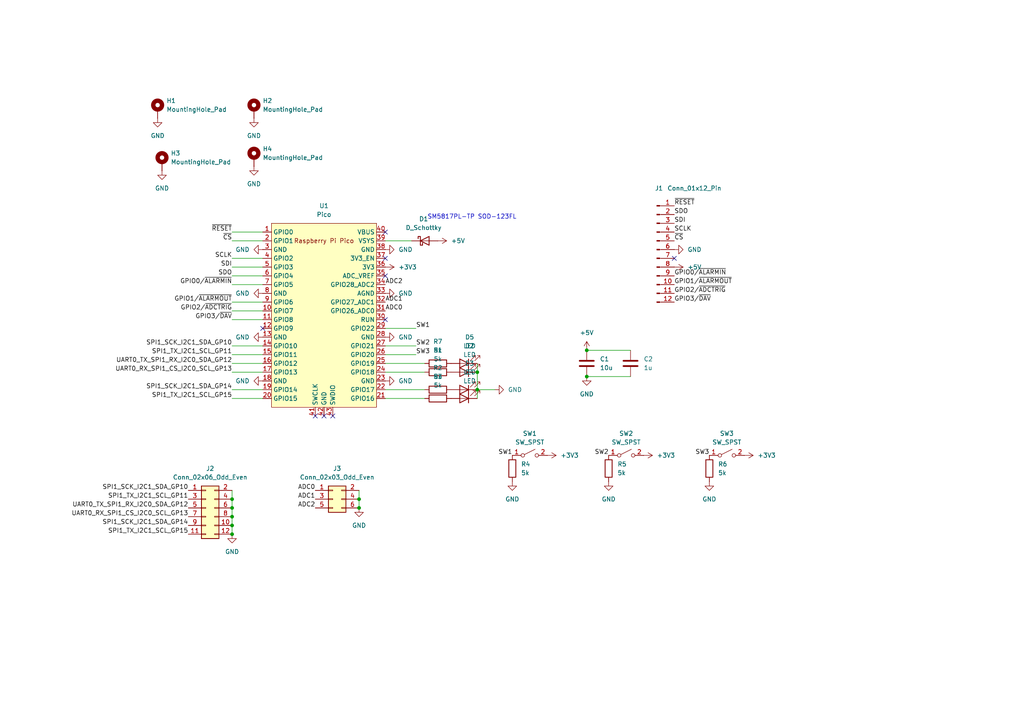
<source format=kicad_sch>
(kicad_sch (version 20231120) (generator "eeschema") (generator_version "8.0")
  (paper "A4")
  (lib_symbols
    (symbol "Connector:Conn_01x12_Pin" (pin_names (offset 1.016) hide)
      (property "Reference" "J" (at 0 15.24 0))
      (property "Value" "Conn_01x12_Pin" (at 0 -17.78 0))
      (symbol "Conn_01x12_Pin_1_1"
        (polyline (pts (xy 1.27 -15.24) (xy 0.8636 -15.24)) (stroke (width 0.1524)))
        (polyline (pts (xy 1.27 -12.7) (xy 0.8636 -12.7)) (stroke (width 0.1524)))
        (polyline (pts (xy 1.27 -10.16) (xy 0.8636 -10.16)) (stroke (width 0.1524)))
        (polyline (pts (xy 1.27 -7.62) (xy 0.8636 -7.62)) (stroke (width 0.1524)))
        (polyline (pts (xy 1.27 -5.08) (xy 0.8636 -5.08)) (stroke (width 0.1524)))
        (polyline (pts (xy 1.27 -2.54) (xy 0.8636 -2.54)) (stroke (width 0.1524)))
        (polyline (pts (xy 1.27 0) (xy 0.8636 0)) (stroke (width 0.1524)))
        (polyline (pts (xy 1.27 2.54) (xy 0.8636 2.54)) (stroke (width 0.1524)))
        (polyline (pts (xy 1.27 5.08) (xy 0.8636 5.08)) (stroke (width 0.1524)))
        (polyline (pts (xy 1.27 7.62) (xy 0.8636 7.62)) (stroke (width 0.1524)))
        (polyline (pts (xy 1.27 10.16) (xy 0.8636 10.16)) (stroke (width 0.1524)))
        (polyline (pts (xy 1.27 12.7) (xy 0.8636 12.7)) (stroke (width 0.1524)))
        (rectangle (start 0.8636 -15.113) (end 0 -15.367) (stroke (width 0.1524)) (fill (type outline)))
        (rectangle (start 0.8636 -12.573) (end 0 -12.827) (stroke (width 0.1524)) (fill (type outline)))
        (rectangle (start 0.8636 -10.033) (end 0 -10.287) (stroke (width 0.1524)) (fill (type outline)))
        (rectangle (start 0.8636 -7.493) (end 0 -7.747) (stroke (width 0.1524)) (fill (type outline)))
        (rectangle (start 0.8636 -4.953) (end 0 -5.207) (stroke (width 0.1524)) (fill (type outline)))
        (rectangle (start 0.8636 -2.413) (end 0 -2.667) (stroke (width 0.1524)) (fill (type outline)))
        (rectangle (start 0.8636 0.127) (end 0 -0.127) (stroke (width 0.1524)) (fill (type outline)))
        (rectangle (start 0.8636 2.667) (end 0 2.413) (stroke (width 0.1524)) (fill (type outline)))
        (rectangle (start 0.8636 5.207) (end 0 4.953) (stroke (width 0.1524)) (fill (type outline)))
        (rectangle (start 0.8636 7.747) (end 0 7.493) (stroke (width 0.1524)) (fill (type outline)))
        (rectangle (start 0.8636 10.287) (end 0 10.033) (stroke (width 0.1524)) (fill (type outline)))
        (rectangle (start 0.8636 12.827) (end 0 12.573) (stroke (width 0.1524)) (fill (type outline)))
        (pin passive line (at 5.08 12.7 180) (length 3.81) (name "Pin_1") (number "1"))
        (pin passive line (at 5.08 -10.16 180) (length 3.81) (name "Pin_10") (number "10"))
        (pin passive line (at 5.08 -12.7 180) (length 3.81) (name "Pin_11") (number "11"))
        (pin passive line (at 5.08 -15.24 180) (length 3.81) (name "Pin_12") (number "12"))
        (pin passive line (at 5.08 10.16 180) (length 3.81) (name "Pin_2") (number "2"))
        (pin passive line (at 5.08 7.62 180) (length 3.81) (name "Pin_3") (number "3"))
        (pin passive line (at 5.08 5.08 180) (length 3.81) (name "Pin_4") (number "4"))
        (pin passive line (at 5.08 2.54 180) (length 3.81) (name "Pin_5") (number "5"))
        (pin passive line (at 5.08 0 180) (length 3.81) (name "Pin_6") (number "6"))
        (pin passive line (at 5.08 -2.54 180) (length 3.81) (name "Pin_7") (number "7"))
        (pin passive line (at 5.08 -5.08 180) (length 3.81) (name "Pin_8") (number "8"))
        (pin passive line (at 5.08 -7.62 180) (length 3.81) (name "Pin_9") (number "9"))
      )
    )
    (symbol "Connector_Generic:Conn_02x03_Odd_Even" (pin_names (offset 1.016) hide)
      (property "Reference" "J" (at 1.27 5.08 0))
      (property "Value" "Conn_02x03_Odd_Even" (at 1.27 -5.08 0))
      (symbol "Conn_02x03_Odd_Even_1_1"
        (rectangle (start -1.27 -2.413) (end 0 -2.667) (stroke (width 0.1524)))
        (rectangle (start -1.27 0.127) (end 0 -0.127) (stroke (width 0.1524)))
        (rectangle (start -1.27 2.667) (end 0 2.413) (stroke (width 0.1524)))
        (rectangle (start -1.27 3.81) (end 3.81 -3.81) (stroke (width 0.254)) (fill (type background)))
        (rectangle (start 3.81 -2.413) (end 2.54 -2.667) (stroke (width 0.1524)))
        (rectangle (start 3.81 0.127) (end 2.54 -0.127) (stroke (width 0.1524)))
        (rectangle (start 3.81 2.667) (end 2.54 2.413) (stroke (width 0.1524)))
        (pin passive line (at -5.08 2.54 0) (length 3.81) (name "Pin_1") (number "1"))
        (pin passive line (at 7.62 2.54 180) (length 3.81) (name "Pin_2") (number "2"))
        (pin passive line (at -5.08 0 0) (length 3.81) (name "Pin_3") (number "3"))
        (pin passive line (at 7.62 0 180) (length 3.81) (name "Pin_4") (number "4"))
        (pin passive line (at -5.08 -2.54 0) (length 3.81) (name "Pin_5") (number "5"))
        (pin passive line (at 7.62 -2.54 180) (length 3.81) (name "Pin_6") (number "6"))
      )
    )
    (symbol "Connector_Generic:Conn_02x06_Odd_Even" (pin_names (offset 1.016) hide)
      (property "Reference" "J" (at 1.27 7.62 0))
      (property "Value" "Conn_02x06_Odd_Even" (at 1.27 -10.16 0))
      (symbol "Conn_02x06_Odd_Even_1_1"
        (rectangle (start -1.27 -7.493) (end 0 -7.747) (stroke (width 0.1524)))
        (rectangle (start -1.27 -4.953) (end 0 -5.207) (stroke (width 0.1524)))
        (rectangle (start -1.27 -2.413) (end 0 -2.667) (stroke (width 0.1524)))
        (rectangle (start -1.27 0.127) (end 0 -0.127) (stroke (width 0.1524)))
        (rectangle (start -1.27 2.667) (end 0 2.413) (stroke (width 0.1524)))
        (rectangle (start -1.27 5.207) (end 0 4.953) (stroke (width 0.1524)))
        (rectangle (start -1.27 6.35) (end 3.81 -8.89) (stroke (width 0.254)) (fill (type background)))
        (rectangle (start 3.81 -7.493) (end 2.54 -7.747) (stroke (width 0.1524)))
        (rectangle (start 3.81 -4.953) (end 2.54 -5.207) (stroke (width 0.1524)))
        (rectangle (start 3.81 -2.413) (end 2.54 -2.667) (stroke (width 0.1524)))
        (rectangle (start 3.81 0.127) (end 2.54 -0.127) (stroke (width 0.1524)))
        (rectangle (start 3.81 2.667) (end 2.54 2.413) (stroke (width 0.1524)))
        (rectangle (start 3.81 5.207) (end 2.54 4.953) (stroke (width 0.1524)))
        (pin passive line (at -5.08 5.08 0) (length 3.81) (name "Pin_1") (number "1"))
        (pin passive line (at 7.62 -5.08 180) (length 3.81) (name "Pin_10") (number "10"))
        (pin passive line (at -5.08 -7.62 0) (length 3.81) (name "Pin_11") (number "11"))
        (pin passive line (at 7.62 -7.62 180) (length 3.81) (name "Pin_12") (number "12"))
        (pin passive line (at 7.62 5.08 180) (length 3.81) (name "Pin_2") (number "2"))
        (pin passive line (at -5.08 2.54 0) (length 3.81) (name "Pin_3") (number "3"))
        (pin passive line (at 7.62 2.54 180) (length 3.81) (name "Pin_4") (number "4"))
        (pin passive line (at -5.08 0 0) (length 3.81) (name "Pin_5") (number "5"))
        (pin passive line (at 7.62 0 180) (length 3.81) (name "Pin_6") (number "6"))
        (pin passive line (at -5.08 -2.54 0) (length 3.81) (name "Pin_7") (number "7"))
        (pin passive line (at 7.62 -2.54 180) (length 3.81) (name "Pin_8") (number "8"))
        (pin passive line (at -5.08 -5.08 0) (length 3.81) (name "Pin_9") (number "9"))
      )
    )
    (symbol "Device:C" (pin_numbers hide) (pin_names (offset 0.254))
      (property "Reference" "C" (at 0.635 2.54 0))
      (property "Value" "C" (at 0.635 -2.54 0))
      (symbol "C_0_1"
        (polyline (pts (xy -2.032 -0.762) (xy 2.032 -0.762)) (stroke (width 0.508)))
        (polyline (pts (xy -2.032 0.762) (xy 2.032 0.762)) (stroke (width 0.508)))
      )
      (symbol "C_1_1"
        (pin passive line (at 0 3.81 270) (length 2.794) (name "~") (number "1"))
        (pin passive line (at 0 -3.81 90) (length 2.794) (name "~") (number "2"))
      )
    )
    (symbol "Device:D_Schottky" (pin_numbers hide) (pin_names (offset 1.016) hide)
      (property "Reference" "D" (at 0 2.54 0))
      (property "Value" "D_Schottky" (at 0 -2.54 0))
      (symbol "D_Schottky_0_1"
        (polyline (pts (xy 1.27 0) (xy -1.27 0)))
        (polyline (pts (xy 1.27 1.27) (xy 1.27 -1.27) (xy -1.27 0) (xy 1.27 1.27)) (stroke (width 0.254)))
        (polyline (pts (xy -1.905 0.635) (xy -1.905 1.27) (xy -1.27 1.27) (xy -1.27 -1.27) (xy -0.635 -1.27) (xy -0.635 -0.635)) (stroke (width 0.254)))
      )
      (symbol "D_Schottky_1_1"
        (pin passive line (at -3.81 0 0) (length 2.54) (name "K") (number "1"))
        (pin passive line (at 3.81 0 180) (length 2.54) (name "A") (number "2"))
      )
    )
    (symbol "Device:LED" (pin_numbers hide) (pin_names (offset 1.016) hide)
      (property "Reference" "D" (at 0 2.54 0))
      (property "Value" "LED" (at 0 -2.54 0))
      (symbol "LED_0_1"
        (polyline (pts (xy -1.27 -1.27) (xy -1.27 1.27)) (stroke (width 0.254)))
        (polyline (pts (xy -1.27 0) (xy 1.27 0)))
        (polyline (pts (xy 1.27 -1.27) (xy 1.27 1.27) (xy -1.27 0) (xy 1.27 -1.27)) (stroke (width 0.254)))
        (polyline (pts (xy -3.048 -0.762) (xy -4.572 -2.286) (xy -3.81 -2.286) (xy -4.572 -2.286) (xy -4.572 -1.524)))
        (polyline (pts (xy -1.778 -0.762) (xy -3.302 -2.286) (xy -2.54 -2.286) (xy -3.302 -2.286) (xy -3.302 -1.524)))
      )
      (symbol "LED_1_1"
        (pin passive line (at -3.81 0 0) (length 2.54) (name "K") (number "1"))
        (pin passive line (at 3.81 0 180) (length 2.54) (name "A") (number "2"))
      )
    )
    (symbol "Device:R" (pin_numbers hide) (pin_names (offset 0))
      (property "Reference" "R" (at 2.032 0 90))
      (property "Value" "R" (at 0 0 90))
      (symbol "R_0_1"
        (rectangle (start -1.016 -2.54) (end 1.016 2.54) (stroke (width 0.254)))
      )
      (symbol "R_1_1"
        (pin passive line (at 0 3.81 270) (length 1.27) (name "~") (number "1"))
        (pin passive line (at 0 -3.81 90) (length 1.27) (name "~") (number "2"))
      )
    )
    (symbol "MCU_RaspberryPi_and_Boards:Pico"
      (property "Reference" "U" (at -13.97 27.94 0))
      (property "Value" "Pico" (at 0 19.05 0))
      (symbol "Pico_0_0"
        (text "Raspberry Pi Pico" (at 0 21.59 0) (effects (font (size 1.27 1.27))))
      )
      (symbol "Pico_0_1"
        (rectangle (start -15.24 26.67) (end 15.24 -26.67) (fill (type background)))
      )
      (symbol "Pico_1_1"
        (pin bidirectional line (at -17.78 24.13 0) (length 2.54) (name "GPIO0") (number "1"))
        (pin bidirectional line (at -17.78 1.27 0) (length 2.54) (name "GPIO7") (number "10"))
        (pin bidirectional line (at -17.78 -1.27 0) (length 2.54) (name "GPIO8") (number "11"))
        (pin bidirectional line (at -17.78 -3.81 0) (length 2.54) (name "GPIO9") (number "12"))
        (pin power_in line (at -17.78 -6.35 0) (length 2.54) (name "GND") (number "13"))
        (pin bidirectional line (at -17.78 -8.89 0) (length 2.54) (name "GPIO10") (number "14"))
        (pin bidirectional line (at -17.78 -11.43 0) (length 2.54) (name "GPIO11") (number "15"))
        (pin bidirectional line (at -17.78 -13.97 0) (length 2.54) (name "GPIO12") (number "16"))
        (pin bidirectional line (at -17.78 -16.51 0) (length 2.54) (name "GPIO13") (number "17"))
        (pin power_in line (at -17.78 -19.05 0) (length 2.54) (name "GND") (number "18"))
        (pin bidirectional line (at -17.78 -21.59 0) (length 2.54) (name "GPIO14") (number "19"))
        (pin bidirectional line (at -17.78 21.59 0) (length 2.54) (name "GPIO1") (number "2"))
        (pin bidirectional line (at -17.78 -24.13 0) (length 2.54) (name "GPIO15") (number "20"))
        (pin bidirectional line (at 17.78 -24.13 180) (length 2.54) (name "GPIO16") (number "21"))
        (pin bidirectional line (at 17.78 -21.59 180) (length 2.54) (name "GPIO17") (number "22"))
        (pin power_in line (at 17.78 -19.05 180) (length 2.54) (name "GND") (number "23"))
        (pin bidirectional line (at 17.78 -16.51 180) (length 2.54) (name "GPIO18") (number "24"))
        (pin bidirectional line (at 17.78 -13.97 180) (length 2.54) (name "GPIO19") (number "25"))
        (pin bidirectional line (at 17.78 -11.43 180) (length 2.54) (name "GPIO20") (number "26"))
        (pin bidirectional line (at 17.78 -8.89 180) (length 2.54) (name "GPIO21") (number "27"))
        (pin power_in line (at 17.78 -6.35 180) (length 2.54) (name "GND") (number "28"))
        (pin bidirectional line (at 17.78 -3.81 180) (length 2.54) (name "GPIO22") (number "29"))
        (pin power_in line (at -17.78 19.05 0) (length 2.54) (name "GND") (number "3"))
        (pin input line (at 17.78 -1.27 180) (length 2.54) (name "RUN") (number "30"))
        (pin bidirectional line (at 17.78 1.27 180) (length 2.54) (name "GPIO26_ADC0") (number "31"))
        (pin bidirectional line (at 17.78 3.81 180) (length 2.54) (name "GPIO27_ADC1") (number "32"))
        (pin power_in line (at 17.78 6.35 180) (length 2.54) (name "AGND") (number "33"))
        (pin bidirectional line (at 17.78 8.89 180) (length 2.54) (name "GPIO28_ADC2") (number "34"))
        (pin power_in line (at 17.78 11.43 180) (length 2.54) (name "ADC_VREF") (number "35"))
        (pin power_in line (at 17.78 13.97 180) (length 2.54) (name "3V3") (number "36"))
        (pin input line (at 17.78 16.51 180) (length 2.54) (name "3V3_EN") (number "37"))
        (pin bidirectional line (at 17.78 19.05 180) (length 2.54) (name "GND") (number "38"))
        (pin power_in line (at 17.78 21.59 180) (length 2.54) (name "VSYS") (number "39"))
        (pin bidirectional line (at -17.78 16.51 0) (length 2.54) (name "GPIO2") (number "4"))
        (pin power_in line (at 17.78 24.13 180) (length 2.54) (name "VBUS") (number "40"))
        (pin input line (at -2.54 -29.21 90) (length 2.54) (name "SWCLK") (number "41"))
        (pin power_in line (at 0 -29.21 90) (length 2.54) (name "GND") (number "42"))
        (pin bidirectional line (at 2.54 -29.21 90) (length 2.54) (name "SWDIO") (number "43"))
        (pin bidirectional line (at -17.78 13.97 0) (length 2.54) (name "GPIO3") (number "5"))
        (pin bidirectional line (at -17.78 11.43 0) (length 2.54) (name "GPIO4") (number "6"))
        (pin bidirectional line (at -17.78 8.89 0) (length 2.54) (name "GPIO5") (number "7"))
        (pin power_in line (at -17.78 6.35 0) (length 2.54) (name "GND") (number "8"))
        (pin bidirectional line (at -17.78 3.81 0) (length 2.54) (name "GPIO6") (number "9"))
      )
    )
    (symbol "Mechanical:MountingHole_Pad" (pin_numbers hide) (pin_names (offset 1.016) hide) (exclude_from_sim yes) (in_bom no)
      (property "Reference" "H" (at 0 6.35 0))
      (property "Value" "MountingHole_Pad" (at 0 4.445 0))
      (symbol "MountingHole_Pad_0_1"
        (circle (center 0 1.27) (radius 1.27) (stroke (width 1.27)))
      )
      (symbol "MountingHole_Pad_1_1"
        (pin input line (at 0 -2.54 90) (length 2.54) (name "1") (number "1"))
      )
    )
    (symbol "Switch:SW_SPST" (pin_names (offset 0) hide)
      (property "Reference" "SW" (at 0 3.175 0))
      (property "Value" "SW_SPST" (at 0 -2.54 0))
      (symbol "SW_SPST_0_0"
        (circle (center -2.032 0) (radius 0.508))
        (polyline (pts (xy -1.524 0.254) (xy 1.524 1.778)))
        (circle (center 2.032 0) (radius 0.508))
      )
      (symbol "SW_SPST_1_1"
        (pin passive line (at -5.08 0 0) (length 2.54) (name "A") (number "1"))
        (pin passive line (at 5.08 0 180) (length 2.54) (name "B") (number "2"))
      )
    )
    (symbol "power:+3V3" (power) (pin_numbers hide) (pin_names (offset 0) hide)
      (property "Value" "+3V3" (at 0 3.556 0))
      (symbol "+3V3_0_1"
        (polyline (pts (xy -0.762 1.27) (xy 0 2.54)))
        (polyline (pts (xy 0 0) (xy 0 2.54)))
        (polyline (pts (xy 0 2.54) (xy 0.762 1.27)))
      )
      (symbol "+3V3_1_1"
        (pin power_in line (at 0 0 90) (length 0) (name "~") (number "1"))
      )
    )
    (symbol "power:+5V" (power) (pin_numbers hide) (pin_names (offset 0) hide)
      (property "Value" "+5V" (at 0 3.556 0))
      (symbol "+5V_0_1"
        (polyline (pts (xy -0.762 1.27) (xy 0 2.54)))
        (polyline (pts (xy 0 0) (xy 0 2.54)))
        (polyline (pts (xy 0 2.54) (xy 0.762 1.27)))
      )
      (symbol "+5V_1_1"
        (pin power_in line (at 0 0 90) (length 0) (name "~") (number "1"))
      )
    )
    (symbol "power:GND" (power) (pin_numbers hide) (pin_names (offset 0) hide)
      (property "Value" "GND" (at 0 -3.81 0))
      (symbol "GND_0_1"
        (polyline (pts (xy 0 0) (xy 0 -1.27) (xy 1.27 -1.27) (xy 0 -2.54) (xy -1.27 -1.27) (xy 0 -1.27)))
      )
      (symbol "GND_1_1"
        (pin power_in line (at 0 0 270) (length 0) (name "~") (number "1"))
      )
    )
  )
  (junction (at 67.31 147.32))
  (junction (at 67.31 152.4))
  (junction (at 138.43 107.95))
  (junction (at 67.31 154.94))
  (junction (at 104.14 144.78))
  (junction (at 170.18 101.6))
  (junction (at 104.14 147.32))
  (junction (at 170.18 109.22))
  (junction (at 138.43 113.03))
  (junction (at 67.31 149.86))
  (junction (at 67.31 144.78))
  (no_connect (at 111.76 67.31))
  (no_connect (at 195.58 74.93))
  (no_connect (at 111.76 80.01))
  (no_connect (at 111.76 92.71))
  (no_connect (at 91.44 120.65))
  (no_connect (at 76.2 95.25))
  (no_connect (at 93.98 120.65))
  (no_connect (at 111.76 74.93))
  (no_connect (at 96.52 120.65))
  (wire (pts (xy 104.14 144.78) (xy 104.14 147.32)))
  (wire (pts (xy 67.31 144.78) (xy 67.31 147.32)))
  (wire (pts (xy 67.31 80.01) (xy 76.2 80.01)))
  (wire (pts (xy 138.43 107.95) (xy 138.43 113.03)))
  (wire (pts (xy 67.31 74.93) (xy 76.2 74.93)))
  (wire (pts (xy 67.31 105.41) (xy 76.2 105.41)))
  (wire (pts (xy 111.76 115.57) (xy 123.19 115.57)))
  (wire (pts (xy 67.31 77.47) (xy 76.2 77.47)))
  (wire (pts (xy 67.31 67.31) (xy 76.2 67.31)))
  (wire (pts (xy 170.18 101.6) (xy 182.88 101.6)))
  (wire (pts (xy 67.31 92.71) (xy 76.2 92.71)))
  (wire (pts (xy 67.31 142.24) (xy 67.31 144.78)))
  (wire (pts (xy 111.76 102.87) (xy 120.65 102.87)))
  (wire (pts (xy 67.31 69.85) (xy 76.2 69.85)))
  (wire (pts (xy 104.14 142.24) (xy 104.14 144.78)))
  (wire (pts (xy 67.31 113.03) (xy 76.2 113.03)))
  (wire (pts (xy 67.31 102.87) (xy 76.2 102.87)))
  (wire (pts (xy 67.31 149.86) (xy 67.31 152.4)))
  (wire (pts (xy 138.43 105.41) (xy 138.43 107.95)))
  (wire (pts (xy 67.31 100.33) (xy 76.2 100.33)))
  (wire (pts (xy 111.76 107.95) (xy 123.19 107.95)))
  (wire (pts (xy 111.76 69.85) (xy 119.38 69.85)))
  (wire (pts (xy 67.31 115.57) (xy 76.2 115.57)))
  (wire (pts (xy 170.18 109.22) (xy 182.88 109.22)))
  (wire (pts (xy 67.31 107.95) (xy 76.2 107.95)))
  (wire (pts (xy 67.31 87.63) (xy 76.2 87.63)))
  (wire (pts (xy 111.76 100.33) (xy 120.65 100.33)))
  (wire (pts (xy 111.76 113.03) (xy 123.19 113.03)))
  (wire (pts (xy 111.76 95.25) (xy 120.65 95.25)))
  (wire (pts (xy 67.31 90.17) (xy 76.2 90.17)))
  (wire (pts (xy 67.31 82.55) (xy 76.2 82.55)))
  (wire (pts (xy 111.76 105.41) (xy 123.19 105.41)))
  (wire (pts (xy 138.43 113.03) (xy 138.43 115.57)))
  (wire (pts (xy 67.31 152.4) (xy 67.31 154.94)))
  (wire (pts (xy 138.43 113.03) (xy 143.51 113.03)))
  (wire (pts (xy 67.31 147.32) (xy 67.31 149.86)))
  (text "SM5817PL-TP SOD-123FL" (at 136.906 62.992 0) (effects (font (size 1.27 1.27))))
  (label "ADC1" (at 91.44 144.78 180))
  (label "SW1" (at 120.65 95.25 0))
  (label "SPI1_SCK_I2C1_SDA_GP14" (at 54.61 152.4 180))
  (label "SPI1_SCK_I2C1_SDA_GP10" (at 67.31 100.33 180))
  (label "SCLK" (at 195.58 67.31 0))
  (label "GPIO0{slash}~{ALARMIN}" (at 195.58 80.01 0))
  (label "GPIO3{slash}~{DAV}" (at 195.58 87.63 0))
  (label "SW1" (at 148.59 132.08 180))
  (label "SDI" (at 195.58 64.77 0))
  (label "GPIO0{slash}~{ALARMIN}" (at 67.31 82.55 180))
  (label "SW3" (at 205.74 132.08 180))
  (label "SDO" (at 195.58 62.23 0))
  (label "GPIO2{slash}~{ADCTRIG}" (at 67.31 90.17 180))
  (label "GPIO3{slash}~{DAV}" (at 67.31 92.71 180))
  (label "~{CS}" (at 67.31 69.85 180))
  (label "SPI1_TX_I2C1_SCL_GP11" (at 54.61 144.78 180))
  (label "GPIO1{slash}~{ALARMOUT}" (at 195.58 82.55 0))
  (label "GPIO2{slash}~{ADCTRIG}" (at 195.58 85.09 0))
  (label "ADC0" (at 111.76 90.17 0))
  (label "ADC1" (at 111.76 87.63 0))
  (label "SW2" (at 176.53 132.08 180))
  (label "ADC0" (at 91.44 142.24 180))
  (label "SPI1_SCK_I2C1_SDA_GP10" (at 54.61 142.24 180))
  (label "SW3" (at 120.65 102.87 0))
  (label "SPI1_TX_I2C1_SCL_GP15" (at 67.31 115.57 180))
  (label "ADC2" (at 111.76 82.55 0))
  (label "SDI" (at 67.31 77.47 180))
  (label "UART0_TX_SPI1_RX_I2C0_SDA_GP12" (at 54.61 147.32 180))
  (label "SDO" (at 67.31 80.01 180))
  (label "~{RESET}" (at 67.31 67.31 180))
  (label "~{RESET}" (at 195.58 59.69 0))
  (label "UART0_TX_SPI1_RX_I2C0_SDA_GP12" (at 67.31 105.41 180))
  (label "UART0_RX_SPI1_CS_I2C0_SCL_GP13" (at 54.61 149.86 180))
  (label "SPI1_SCK_I2C1_SDA_GP14" (at 67.31 113.03 180))
  (label "UART0_RX_SPI1_CS_I2C0_SCL_GP13" (at 67.31 107.95 180))
  (label "~{CS}" (at 195.58 69.85 0))
  (label "SCLK" (at 67.31 74.93 180))
  (label "SPI1_TX_I2C1_SCL_GP15" (at 54.61 154.94 180))
  (label "SW2" (at 120.65 100.33 0))
  (label "GPIO1{slash}~{ALARMOUT}" (at 67.31 87.63 180))
  (label "ADC2" (at 91.44 147.32 180))
  (label "SPI1_TX_I2C1_SCL_GP11" (at 67.31 102.87 180))
  (symbol (lib_id "power:GND") (at 73.66 34.29 0) (unit 1)
    (property "Reference" "#PWR025" (effects (hide yes)))
    (property "Value" "GND" (at 73.66 39.37 0))
    (property "Description" "Power symbol creates a global label with name \"GND\" , ground" (effects (hide yes)))
  )
  (symbol (lib_id "power:GND") (at 104.14 147.32 0) (unit 1)
    (property "Reference" "#PWR023" (effects (hide yes)))
    (property "Value" "GND" (at 104.14 152.4 0))
    (property "Description" "Power symbol creates a global label with name \"GND\" , ground" (effects (hide yes)))
  )
  (symbol (lib_id "Device:R") (at 205.74 135.89 0) (unit 1)
    (property "Reference" "R6" (at 208.28 134.6199 0) (effects (justify left)))
    (property "Value" "5k" (at 208.28 137.1599 0) (effects (justify left)))
    (property "Footprint" "Resistor_SMD:R_0805_2012Metric" (effects (hide yes)))
    (property "Description" "Resistor" (effects (hide yes)))
  )
  (symbol (lib_id "power:GND") (at 170.18 109.22 0) (unit 1)
    (property "Reference" "#PWR015" (effects (hide yes)))
    (property "Value" "GND" (at 170.18 114.3 0))
    (property "Description" "Power symbol creates a global label with name \"GND\" , ground" (effects (hide yes)))
  )
  (symbol (lib_id "Device:R") (at 127 115.57 90) (unit 1)
    (property "Reference" "R3" (at 127 109.22 90))
    (property "Value" "5k" (at 127 111.76 90))
    (property "Footprint" "Resistor_SMD:R_0805_2012Metric" (effects (hide yes)))
    (property "Description" "Resistor" (effects (hide yes)))
  )
  (symbol (lib_id "power:GND") (at 205.74 139.7 0) (unit 1)
    (property "Reference" "#PWR020" (effects (hide yes)))
    (property "Value" "GND" (at 205.74 144.78 0))
    (property "Description" "Power symbol creates a global label with name \"GND\" , ground" (effects (hide yes)))
  )
  (symbol (lib_id "power:GND") (at 111.76 85.09 90) (unit 1)
    (property "Reference" "#PWR02" (effects (hide yes)))
    (property "Value" "GND" (at 115.57 85.0899 90) (effects (justify right)))
    (property "Description" "Power symbol creates a global label with name \"GND\" , ground" (effects (hide yes)))
  )
  (symbol (lib_id "power:GND") (at 111.76 97.79 90) (unit 1)
    (property "Reference" "#PWR03" (effects (hide yes)))
    (property "Value" "GND" (at 115.57 97.7899 90) (effects (justify right)))
    (property "Description" "Power symbol creates a global label with name \"GND\" , ground" (effects (hide yes)))
  )
  (symbol (lib_id "power:+5V") (at 127 69.85 270) (unit 1)
    (property "Reference" "#PWR09" (effects (hide yes)))
    (property "Value" "+5V" (at 130.81 69.8499 90) (effects (justify left)))
    (property "Description" "Power symbol creates a global label with name \"+5V\"" (effects (hide yes)))
  )
  (symbol (lib_id "Switch:SW_SPST") (at 153.67 132.08 0) (unit 1)
    (property "Reference" "SW1" (at 153.67 125.73 0))
    (property "Value" "SW_SPST" (at 153.67 128.27 0))
    (property "Footprint" "Button_Switch_THT:SW_Tactile_SPST_Angled_PTS645Vx31-2LFS" (effects (hide yes)))
    (property "Description" "Single Pole Single Throw (SPST) switch" (effects (hide yes)))
  )
  (symbol (lib_id "power:GND") (at 46.99 49.53 0) (unit 1)
    (property "Reference" "#PWR026" (effects (hide yes)))
    (property "Value" "GND" (at 46.99 54.61 0))
    (property "Description" "Power symbol creates a global label with name \"GND\" , ground" (effects (hide yes)))
  )
  (symbol (lib_id "Mechanical:MountingHole_Pad") (at 45.72 31.75 0) (unit 1) (exclude_from_sim yes) (in_bom no)
    (property "Reference" "H1" (at 48.26 29.2099 0) (effects (justify left)))
    (property "Value" "MountingHole_Pad" (at 48.26 31.7499 0) (effects (justify left)))
    (property "Footprint" "MountingHole:MountingHole_3.2mm_M3_Pad" (effects (hide yes)))
    (property "Description" "Mounting Hole with connection" (effects (hide yes)))
  )
  (symbol (lib_id "Device:R") (at 127 105.41 90) (unit 1)
    (property "Reference" "R7" (at 127 99.06 90))
    (property "Value" "5k" (at 127 101.6 90))
    (property "Footprint" "Resistor_SMD:R_0805_2012Metric" (effects (hide yes)))
    (property "Description" "Resistor" (effects (hide yes)))
  )
  (symbol (lib_id "MCU_RaspberryPi_and_Boards:Pico") (at 93.98 91.44 0) (unit 1)
    (property "Reference" "U1" (at 93.98 59.69 0))
    (property "Value" "Pico" (at 93.98 62.23 0))
    (property "Footprint" "MCU_RaspberryPi_and_Boards:RPi_Pico_SMD_TH" (effects (hide yes)))
  )
  (symbol (lib_id "power:+5V") (at 195.58 77.47 270) (unit 1)
    (property "Reference" "#PWR010" (effects (hide yes)))
    (property "Value" "+5V" (at 199.39 77.4699 90) (effects (justify left)))
    (property "Description" "Power symbol creates a global label with name \"+5V\"" (effects (hide yes)))
  )
  (symbol (lib_id "Mechanical:MountingHole_Pad") (at 46.99 46.99 0) (unit 1) (exclude_from_sim yes) (in_bom no)
    (property "Reference" "H3" (at 49.53 44.4499 0) (effects (justify left)))
    (property "Value" "MountingHole_Pad" (at 49.53 46.9899 0) (effects (justify left)))
    (property "Footprint" "MountingHole:MountingHole_3.2mm_M3_Pad" (effects (hide yes)))
    (property "Description" "Mounting Hole with connection" (effects (hide yes)))
  )
  (symbol (lib_id "Connector_Generic:Conn_02x06_Odd_Even") (at 59.69 147.32 0) (unit 1)
    (property "Reference" "J2" (at 60.96 135.89 0))
    (property "Value" "Conn_02x06_Odd_Even" (at 60.96 138.43 0))
    (property "Footprint" "Connector_PinHeader_2.54mm:PinHeader_2x06_P2.54mm_Horizontal" (effects (hide yes)))
    (property "Description" "Generic connector, double row, 02x06, odd/even pin numbering scheme (row 1 odd numbers, row 2 even numbers), script generated (kicad-library-utils/schlib/autogen/connector/)" (effects (hide yes)))
  )
  (symbol (lib_id "power:+3V3") (at 215.9 132.08 270) (unit 1)
    (property "Reference" "#PWR021" (effects (hide yes)))
    (property "Value" "+3V3" (at 219.71 132.0799 90) (effects (justify left)))
    (property "Description" "Power symbol creates a global label with name \"+3V3\"" (effects (hide yes)))
  )
  (symbol (lib_id "Mechanical:MountingHole_Pad") (at 73.66 31.75 0) (unit 1) (exclude_from_sim yes) (in_bom no)
    (property "Reference" "H2" (at 76.2 29.2099 0) (effects (justify left)))
    (property "Value" "MountingHole_Pad" (at 76.2 31.7499 0) (effects (justify left)))
    (property "Footprint" "MountingHole:MountingHole_3.2mm_M3_Pad" (effects (hide yes)))
    (property "Description" "Mounting Hole with connection" (effects (hide yes)))
  )
  (symbol (lib_id "power:GND") (at 148.59 139.7 0) (unit 1)
    (property "Reference" "#PWR017" (effects (hide yes)))
    (property "Value" "GND" (at 148.59 144.78 0))
    (property "Description" "Power symbol creates a global label with name \"GND\" , ground" (effects (hide yes)))
  )
  (symbol (lib_id "power:GND") (at 111.76 72.39 90) (unit 1)
    (property "Reference" "#PWR01" (effects (hide yes)))
    (property "Value" "GND" (at 115.57 72.3899 90) (effects (justify right)))
    (property "Description" "Power symbol creates a global label with name \"GND\" , ground" (effects (hide yes)))
  )
  (symbol (lib_id "Device:C") (at 170.18 105.41 0) (unit 1)
    (property "Reference" "C1" (at 173.99 104.1399 0) (effects (justify left)))
    (property "Value" "10u" (at 173.99 106.6799 0) (effects (justify left)))
    (property "Footprint" "Capacitor_SMD:C_0805_2012Metric" (effects (hide yes)))
    (property "Description" "Unpolarized capacitor" (effects (hide yes)))
  )
  (symbol (lib_id "power:GND") (at 76.2 72.39 270) (unit 1)
    (property "Reference" "#PWR08" (effects (hide yes)))
    (property "Value" "GND" (at 72.39 72.3899 90) (effects (justify right)))
    (property "Description" "Power symbol creates a global label with name \"GND\" , ground" (effects (hide yes)))
  )
  (symbol (lib_id "power:+5V") (at 170.18 101.6 0) (unit 1)
    (property "Reference" "#PWR014" (effects (hide yes)))
    (property "Value" "+5V" (at 170.18 96.52 0))
    (property "Description" "Power symbol creates a global label with name \"+5V\"" (effects (hide yes)))
  )
  (symbol (lib_id "Connector_Generic:Conn_02x03_Odd_Even") (at 96.52 144.78 0) (unit 1)
    (property "Reference" "J3" (at 97.79 135.89 0))
    (property "Value" "Conn_02x03_Odd_Even" (at 97.79 138.43 0))
    (property "Footprint" "Connector_PinHeader_2.54mm:PinHeader_2x03_P2.54mm_Horizontal" (effects (hide yes)))
    (property "Description" "Generic connector, double row, 02x03, odd/even pin numbering scheme (row 1 odd numbers, row 2 even numbers), script generated (kicad-library-utils/schlib/autogen/connector/)" (effects (hide yes)))
  )
  (symbol (lib_id "Device:LED") (at 134.62 107.95 180) (unit 1)
    (property "Reference" "D2" (at 136.2075 100.33 0))
    (property "Value" "LED" (at 136.2075 102.87 0))
    (property "Footprint" "LED_SMD:LED_0805_2012Metric" (effects (hide yes)))
    (property "Description" "Light emitting diode" (effects (hide yes)))
  )
  (symbol (lib_id "Device:C") (at 182.88 105.41 0) (unit 1)
    (property "Reference" "C2" (at 186.69 104.1399 0) (effects (justify left)))
    (property "Value" "1u" (at 186.69 106.6799 0) (effects (justify left)))
    (property "Footprint" "Capacitor_SMD:C_0805_2012Metric" (effects (hide yes)))
    (property "Description" "Unpolarized capacitor" (effects (hide yes)))
  )
  (symbol (lib_id "Device:R") (at 127 107.95 90) (unit 1)
    (property "Reference" "R1" (at 127 101.6 90))
    (property "Value" "5k" (at 127 104.14 90))
    (property "Footprint" "Resistor_SMD:R_0805_2012Metric" (effects (hide yes)))
    (property "Description" "Resistor" (effects (hide yes)))
  )
  (symbol (lib_id "Device:D_Schottky") (at 123.19 69.85 0) (unit 1)
    (property "Reference" "D1" (at 122.8725 63.5 0))
    (property "Value" "D_Schottky" (at 122.8725 66.04 0))
    (property "Footprint" "Diode_SMD:D_SOD-123F" (effects (hide yes)))
    (property "Description" "Schottky diode" (effects (hide yes)))
  )
  (symbol (lib_id "power:GND") (at 111.76 110.49 90) (unit 1)
    (property "Reference" "#PWR04" (effects (hide yes)))
    (property "Value" "GND" (at 115.57 110.4899 90) (effects (justify right)))
    (property "Description" "Power symbol creates a global label with name \"GND\" , ground" (effects (hide yes)))
  )
  (symbol (lib_id "power:GND") (at 45.72 34.29 0) (unit 1)
    (property "Reference" "#PWR024" (effects (hide yes)))
    (property "Value" "GND" (at 45.72 39.37 0))
    (property "Description" "Power symbol creates a global label with name \"GND\" , ground" (effects (hide yes)))
  )
  (symbol (lib_id "power:GND") (at 143.51 113.03 90) (unit 1)
    (property "Reference" "#PWR013" (effects (hide yes)))
    (property "Value" "GND" (at 147.32 113.0299 90) (effects (justify right)))
    (property "Description" "Power symbol creates a global label with name \"GND\" , ground" (effects (hide yes)))
  )
  (symbol (lib_id "power:GND") (at 67.31 154.94 0) (unit 1)
    (property "Reference" "#PWR022" (effects (hide yes)))
    (property "Value" "GND" (at 67.31 160.02 0))
    (property "Description" "Power symbol creates a global label with name \"GND\" , ground" (effects (hide yes)))
  )
  (symbol (lib_id "Switch:SW_SPST") (at 210.82 132.08 0) (unit 1)
    (property "Reference" "SW3" (at 210.82 125.73 0))
    (property "Value" "SW_SPST" (at 210.82 128.27 0))
    (property "Footprint" "Button_Switch_THT:SW_Tactile_SPST_Angled_PTS645Vx31-2LFS" (effects (hide yes)))
    (property "Description" "Single Pole Single Throw (SPST) switch" (effects (hide yes)))
  )
  (symbol (lib_id "power:GND") (at 76.2 110.49 270) (unit 1)
    (property "Reference" "#PWR05" (effects (hide yes)))
    (property "Value" "GND" (at 72.39 110.4899 90) (effects (justify right)))
    (property "Description" "Power symbol creates a global label with name \"GND\" , ground" (effects (hide yes)))
  )
  (symbol (lib_id "power:+3V3") (at 111.76 77.47 270) (unit 1)
    (property "Reference" "#PWR012" (effects (hide yes)))
    (property "Value" "+3V3" (at 115.57 77.4699 90) (effects (justify left)))
    (property "Description" "Power symbol creates a global label with name \"+3V3\"" (effects (hide yes)))
  )
  (symbol (lib_id "Device:R") (at 127 113.03 90) (unit 1)
    (property "Reference" "R2" (at 127 106.68 90))
    (property "Value" "5k" (at 127 109.22 90))
    (property "Footprint" "Resistor_SMD:R_0805_2012Metric" (effects (hide yes)))
    (property "Description" "Resistor" (effects (hide yes)))
  )
  (symbol (lib_id "Switch:SW_SPST") (at 181.61 132.08 0) (unit 1)
    (property "Reference" "SW2" (at 181.61 125.73 0))
    (property "Value" "SW_SPST" (at 181.61 128.27 0))
    (property "Footprint" "Button_Switch_THT:SW_Tactile_SPST_Angled_PTS645Vx31-2LFS" (effects (hide yes)))
    (property "Description" "Single Pole Single Throw (SPST) switch" (effects (hide yes)))
  )
  (symbol (lib_id "Mechanical:MountingHole_Pad") (at 73.66 45.72 0) (unit 1) (exclude_from_sim yes) (in_bom no)
    (property "Reference" "H4" (at 76.2 43.1799 0) (effects (justify left)))
    (property "Value" "MountingHole_Pad" (at 76.2 45.7199 0) (effects (justify left)))
    (property "Footprint" "MountingHole:MountingHole_3.2mm_M3_Pad" (effects (hide yes)))
    (property "Description" "Mounting Hole with connection" (effects (hide yes)))
  )
  (symbol (lib_id "Connector:Conn_01x12_Pin") (at 190.5 72.39 0) (unit 1)
    (property "Reference" "J1" (at 191.135 54.61 0))
    (property "Value" "Conn_01x12_Pin" (at 201.422 54.61 0))
    (property "Footprint" "Connector_PinHeader_2.54mm:PinHeader_1x12_P2.54mm_Vertical" (effects (hide yes)))
    (property "Description" "Generic connector, single row, 01x12, script generated" (effects (hide yes)))
  )
  (symbol (lib_id "Device:LED") (at 134.62 105.41 180) (unit 1)
    (property "Reference" "D5" (at 136.2075 97.79 0))
    (property "Value" "LED" (at 136.2075 100.33 0))
    (property "Footprint" "LED_SMD:LED_0805_2012Metric" (effects (hide yes)))
    (property "Description" "Light emitting diode" (effects (hide yes)))
  )
  (symbol (lib_id "power:GND") (at 73.66 48.26 0) (unit 1)
    (property "Reference" "#PWR027" (effects (hide yes)))
    (property "Value" "GND" (at 73.66 53.34 0))
    (property "Description" "Power symbol creates a global label with name \"GND\" , ground" (effects (hide yes)))
  )
  (symbol (lib_id "power:GND") (at 76.2 97.79 270) (unit 1)
    (property "Reference" "#PWR06" (effects (hide yes)))
    (property "Value" "GND" (at 72.39 97.7899 90) (effects (justify right)))
    (property "Description" "Power symbol creates a global label with name \"GND\" , ground" (effects (hide yes)))
  )
  (symbol (lib_id "power:GND") (at 195.58 72.39 90) (unit 1)
    (property "Reference" "#PWR011" (effects (hide yes)))
    (property "Value" "GND" (at 199.39 72.3899 90) (effects (justify right)))
    (property "Description" "Power symbol creates a global label with name \"GND\" , ground" (effects (hide yes)))
  )
  (symbol (lib_id "power:GND") (at 76.2 85.09 270) (unit 1)
    (property "Reference" "#PWR07" (effects (hide yes)))
    (property "Value" "GND" (at 72.39 85.0899 90) (effects (justify right)))
    (property "Description" "Power symbol creates a global label with name \"GND\" , ground" (effects (hide yes)))
  )
  (symbol (lib_id "power:+3V3") (at 158.75 132.08 270) (unit 1)
    (property "Reference" "#PWR016" (effects (hide yes)))
    (property "Value" "+3V3" (at 162.56 132.0799 90) (effects (justify left)))
    (property "Description" "Power symbol creates a global label with name \"+3V3\"" (effects (hide yes)))
  )
  (symbol (lib_id "Device:LED") (at 134.62 115.57 180) (unit 1)
    (property "Reference" "D4" (at 136.2075 107.95 0))
    (property "Value" "LED" (at 136.2075 110.49 0))
    (property "Footprint" "LED_SMD:LED_0805_2012Metric" (effects (hide yes)))
    (property "Description" "Light emitting diode" (effects (hide yes)))
  )
  (symbol (lib_id "power:GND") (at 176.53 139.7 0) (unit 1)
    (property "Reference" "#PWR018" (effects (hide yes)))
    (property "Value" "GND" (at 176.53 144.78 0))
    (property "Description" "Power symbol creates a global label with name \"GND\" , ground" (effects (hide yes)))
  )
  (symbol (lib_id "power:+3V3") (at 186.69 132.08 270) (unit 1)
    (property "Reference" "#PWR019" (effects (hide yes)))
    (property "Value" "+3V3" (at 190.5 132.0799 90) (effects (justify left)))
    (property "Description" "Power symbol creates a global label with name \"+3V3\"" (effects (hide yes)))
  )
  (symbol (lib_id "Device:R") (at 148.59 135.89 0) (unit 1)
    (property "Reference" "R4" (at 151.13 134.6199 0) (effects (justify left)))
    (property "Value" "5k" (at 151.13 137.1599 0) (effects (justify left)))
    (property "Footprint" "Resistor_SMD:R_0805_2012Metric" (effects (hide yes)))
    (property "Description" "Resistor" (effects (hide yes)))
  )
  (symbol (lib_id "Device:LED") (at 134.62 113.03 180) (unit 1)
    (property "Reference" "D3" (at 136.2075 105.41 0))
    (property "Value" "LED" (at 136.2075 107.95 0))
    (property "Footprint" "LED_SMD:LED_0805_2012Metric" (effects (hide yes)))
    (property "Description" "Light emitting diode" (effects (hide yes)))
  )
  (symbol (lib_id "Device:R") (at 176.53 135.89 0) (unit 1)
    (property "Reference" "R5" (at 179.07 134.6199 0) (effects (justify left)))
    (property "Value" "5k" (at 179.07 137.1599 0) (effects (justify left)))
    (property "Footprint" "Resistor_SMD:R_0805_2012Metric" (effects (hide yes)))
    (property "Description" "Resistor" (effects (hide yes)))
  )
)
</source>
